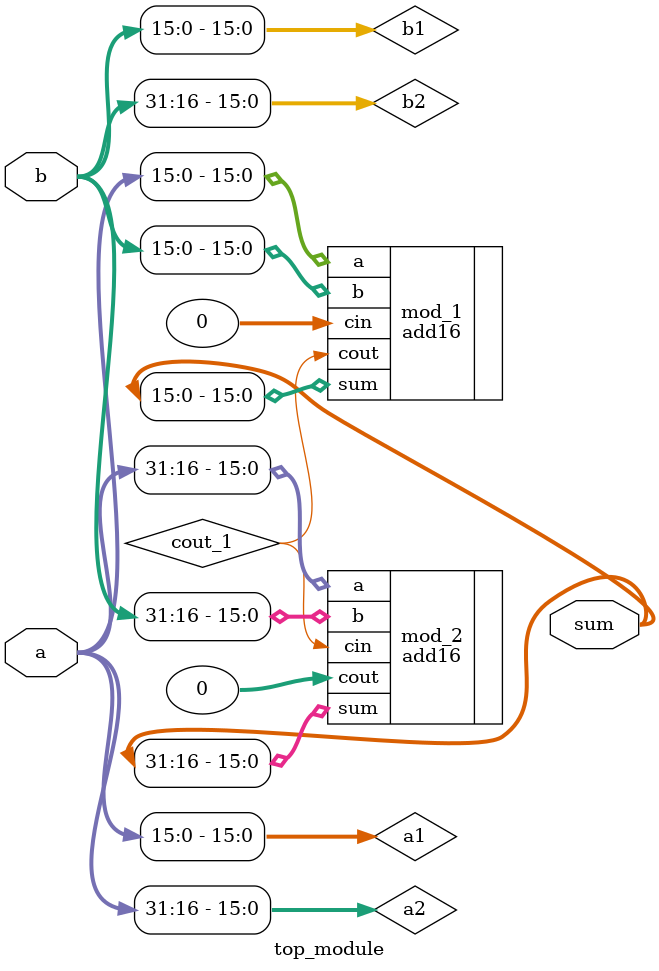
<source format=v>
module top_module(
    input [31:0] a,
    input [31:0] b,
    output [31:0] sum
); 
    wire [15:0]a1, b1 , a2, b2;
    wire cout_1;

    assign a1 = a[15:0];
    assign b1 = b[15:0];
    assign a2 = a[31:16];   
    assign b2 =  b[31:16];  
       
        
    add16 mod_1(.a(a1), .b(b1), .cin(0), .sum(sum[15:0]), .cout(cout_1));
    add16 mod_2(.a(a2), .b(b2), .cin(cout_1), .sum(sum[31:16]), .cout(0));

endmodule

</source>
